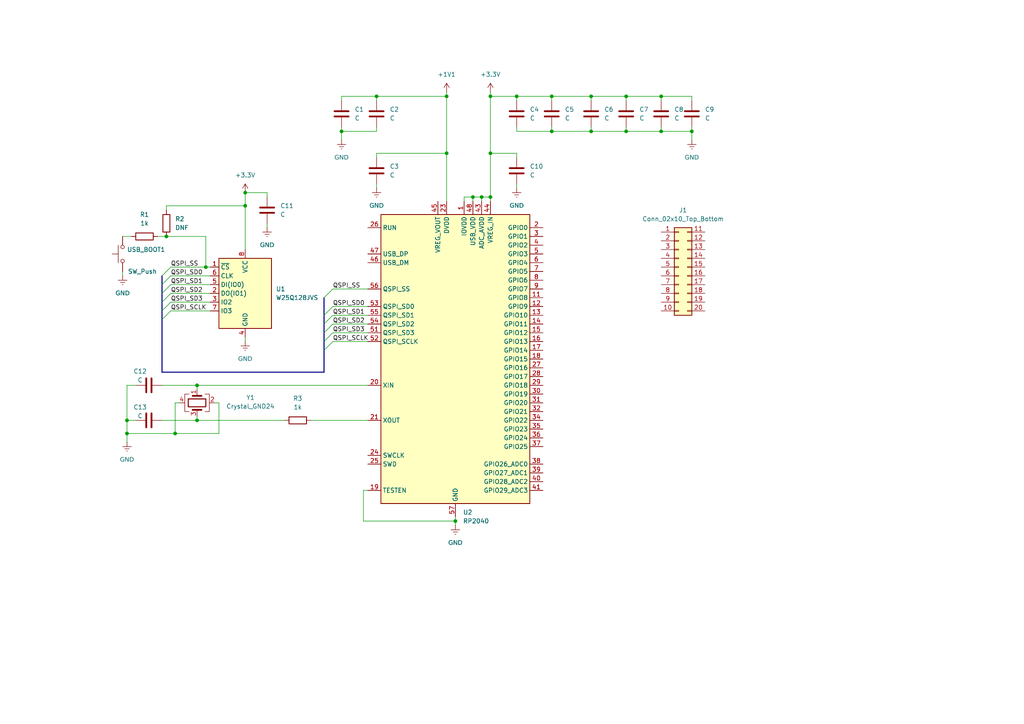
<source format=kicad_sch>
(kicad_sch (version 20231120) (generator "eeschema") (generator_version "8.0")
  (paper "A4")
  (lib_symbols
    (symbol "Connector_Generic:Conn_02x10_Top_Bottom" (pin_names (offset 1.016) hide)
      (property "Reference" "J" (at 1.27 12.7 0))
      (property "Value" "Conn_02x10_Top_Bottom" (at 1.27 -15.24 0))
      (symbol "Conn_02x10_Top_Bottom_1_1"
        (rectangle (start -1.27 -12.573) (end 0 -12.827) (stroke (width 0.1524)))
        (rectangle (start -1.27 -10.033) (end 0 -10.287) (stroke (width 0.1524)))
        (rectangle (start -1.27 -7.493) (end 0 -7.747) (stroke (width 0.1524)))
        (rectangle (start -1.27 -4.953) (end 0 -5.207) (stroke (width 0.1524)))
        (rectangle (start -1.27 -2.413) (end 0 -2.667) (stroke (width 0.1524)))
        (rectangle (start -1.27 0.127) (end 0 -0.127) (stroke (width 0.1524)))
        (rectangle (start -1.27 2.667) (end 0 2.413) (stroke (width 0.1524)))
        (rectangle (start -1.27 5.207) (end 0 4.953) (stroke (width 0.1524)))
        (rectangle (start -1.27 7.747) (end 0 7.493) (stroke (width 0.1524)))
        (rectangle (start -1.27 10.287) (end 0 10.033) (stroke (width 0.1524)))
        (rectangle (start -1.27 11.43) (end 3.81 -13.97) (stroke (width 0.254)) (fill (type background)))
        (rectangle (start 3.81 -12.573) (end 2.54 -12.827) (stroke (width 0.1524)))
        (rectangle (start 3.81 -10.033) (end 2.54 -10.287) (stroke (width 0.1524)))
        (rectangle (start 3.81 -7.493) (end 2.54 -7.747) (stroke (width 0.1524)))
        (rectangle (start 3.81 -4.953) (end 2.54 -5.207) (stroke (width 0.1524)))
        (rectangle (start 3.81 -2.413) (end 2.54 -2.667) (stroke (width 0.1524)))
        (rectangle (start 3.81 0.127) (end 2.54 -0.127) (stroke (width 0.1524)))
        (rectangle (start 3.81 2.667) (end 2.54 2.413) (stroke (width 0.1524)))
        (rectangle (start 3.81 5.207) (end 2.54 4.953) (stroke (width 0.1524)))
        (rectangle (start 3.81 7.747) (end 2.54 7.493) (stroke (width 0.1524)))
        (rectangle (start 3.81 10.287) (end 2.54 10.033) (stroke (width 0.1524)))
        (pin passive line (at -5.08 10.16 0) (length 3.81) (name "Pin_1") (number "1"))
        (pin passive line (at -5.08 -12.7 0) (length 3.81) (name "Pin_10") (number "10"))
        (pin passive line (at 7.62 10.16 180) (length 3.81) (name "Pin_11") (number "11"))
        (pin passive line (at 7.62 7.62 180) (length 3.81) (name "Pin_12") (number "12"))
        (pin passive line (at 7.62 5.08 180) (length 3.81) (name "Pin_13") (number "13"))
        (pin passive line (at 7.62 2.54 180) (length 3.81) (name "Pin_14") (number "14"))
        (pin passive line (at 7.62 0 180) (length 3.81) (name "Pin_15") (number "15"))
        (pin passive line (at 7.62 -2.54 180) (length 3.81) (name "Pin_16") (number "16"))
        (pin passive line (at 7.62 -5.08 180) (length 3.81) (name "Pin_17") (number "17"))
        (pin passive line (at 7.62 -7.62 180) (length 3.81) (name "Pin_18") (number "18"))
        (pin passive line (at 7.62 -10.16 180) (length 3.81) (name "Pin_19") (number "19"))
        (pin passive line (at -5.08 7.62 0) (length 3.81) (name "Pin_2") (number "2"))
        (pin passive line (at 7.62 -12.7 180) (length 3.81) (name "Pin_20") (number "20"))
        (pin passive line (at -5.08 5.08 0) (length 3.81) (name "Pin_3") (number "3"))
        (pin passive line (at -5.08 2.54 0) (length 3.81) (name "Pin_4") (number "4"))
        (pin passive line (at -5.08 0 0) (length 3.81) (name "Pin_5") (number "5"))
        (pin passive line (at -5.08 -2.54 0) (length 3.81) (name "Pin_6") (number "6"))
        (pin passive line (at -5.08 -5.08 0) (length 3.81) (name "Pin_7") (number "7"))
        (pin passive line (at -5.08 -7.62 0) (length 3.81) (name "Pin_8") (number "8"))
        (pin passive line (at -5.08 -10.16 0) (length 3.81) (name "Pin_9") (number "9"))
      )
    )
    (symbol "Device:C" (pin_numbers hide) (pin_names (offset 0.254))
      (property "Reference" "C" (at 0.635 2.54 0))
      (property "Value" "C" (at 0.635 -2.54 0))
      (symbol "C_0_1"
        (polyline (pts (xy -2.032 -0.762) (xy 2.032 -0.762)) (stroke (width 0.508)))
        (polyline (pts (xy -2.032 0.762) (xy 2.032 0.762)) (stroke (width 0.508)))
      )
      (symbol "C_1_1"
        (pin passive line (at 0 3.81 270) (length 2.794) (name "~") (number "1"))
        (pin passive line (at 0 -3.81 90) (length 2.794) (name "~") (number "2"))
      )
    )
    (symbol "Device:Crystal_GND24" (pin_names (offset 1.016) hide)
      (property "Reference" "Y" (at 3.175 5.08 0))
      (property "Value" "Crystal_GND24" (at 3.175 3.175 0))
      (symbol "Crystal_GND24_0_1"
        (rectangle (start -1.143 2.54) (end 1.143 -2.54) (stroke (width 0.3048)))
        (polyline (pts (xy -2.54 0) (xy -2.032 0)))
        (polyline (pts (xy -2.032 -1.27) (xy -2.032 1.27)) (stroke (width 0.508)))
        (polyline (pts (xy 0 -3.81) (xy 0 -3.556)))
        (polyline (pts (xy 0 3.556) (xy 0 3.81)))
        (polyline (pts (xy 2.032 -1.27) (xy 2.032 1.27)) (stroke (width 0.508)))
        (polyline (pts (xy 2.032 0) (xy 2.54 0)))
        (polyline (pts (xy -2.54 -2.286) (xy -2.54 -3.556) (xy 2.54 -3.556) (xy 2.54 -2.286)))
        (polyline (pts (xy -2.54 2.286) (xy -2.54 3.556) (xy 2.54 3.556) (xy 2.54 2.286)))
      )
      (symbol "Crystal_GND24_1_1"
        (pin passive line (at -3.81 0 0) (length 1.27) (name "1") (number "1"))
        (pin passive line (at 0 5.08 270) (length 1.27) (name "2") (number "2"))
        (pin passive line (at 3.81 0 180) (length 1.27) (name "3") (number "3"))
        (pin passive line (at 0 -5.08 90) (length 1.27) (name "4") (number "4"))
      )
    )
    (symbol "Device:R" (pin_numbers hide) (pin_names (offset 0))
      (property "Reference" "R" (at 2.032 0 90))
      (property "Value" "R" (at 0 0 90))
      (symbol "R_0_1"
        (rectangle (start -1.016 -2.54) (end 1.016 2.54) (stroke (width 0.254)))
      )
      (symbol "R_1_1"
        (pin passive line (at 0 3.81 270) (length 1.27) (name "~") (number "1"))
        (pin passive line (at 0 -3.81 90) (length 1.27) (name "~") (number "2"))
      )
    )
    (symbol "MCU_RaspberryPi:RP2040"
      (property "Reference" "U" (at 17.78 45.72 0))
      (property "Value" "RP2040" (at 17.78 43.18 0))
      (symbol "RP2040_0_1"
        (rectangle (start -21.59 41.91) (end 21.59 -41.91) (stroke (width 0.254)) (fill (type background)))
      )
      (symbol "RP2040_1_1"
        (pin power_in line (at 2.54 45.72 270) (length 3.81) (name "IOVDD") (number "1"))
        (pin passive line (at 2.54 45.72 270) (length 3.81) hide (name "IOVDD") (number "10"))
        (pin bidirectional line (at 25.4 17.78 180) (length 3.81) (name "GPIO8") (number "11"))
        (pin bidirectional line (at 25.4 15.24 180) (length 3.81) (name "GPIO9") (number "12"))
        (pin bidirectional line (at 25.4 12.7 180) (length 3.81) (name "GPIO10") (number "13"))
        (pin bidirectional line (at 25.4 10.16 180) (length 3.81) (name "GPIO11") (number "14"))
        (pin bidirectional line (at 25.4 7.62 180) (length 3.81) (name "GPIO12") (number "15"))
        (pin bidirectional line (at 25.4 5.08 180) (length 3.81) (name "GPIO13") (number "16"))
        (pin bidirectional line (at 25.4 2.54 180) (length 3.81) (name "GPIO14") (number "17"))
        (pin bidirectional line (at 25.4 0 180) (length 3.81) (name "GPIO15") (number "18"))
        (pin input line (at -25.4 -38.1 0) (length 3.81) (name "TESTEN") (number "19"))
        (pin bidirectional line (at 25.4 38.1 180) (length 3.81) (name "GPIO0") (number "2"))
        (pin input line (at -25.4 -7.62 0) (length 3.81) (name "XIN") (number "20"))
        (pin passive line (at -25.4 -17.78 0) (length 3.81) (name "XOUT") (number "21"))
        (pin passive line (at 2.54 45.72 270) (length 3.81) hide (name "IOVDD") (number "22"))
        (pin power_in line (at -2.54 45.72 270) (length 3.81) (name "DVDD") (number "23"))
        (pin input line (at -25.4 -27.94 0) (length 3.81) (name "SWCLK") (number "24"))
        (pin bidirectional line (at -25.4 -30.48 0) (length 3.81) (name "SWD") (number "25"))
        (pin input line (at -25.4 38.1 0) (length 3.81) (name "RUN") (number "26"))
        (pin bidirectional line (at 25.4 -2.54 180) (length 3.81) (name "GPIO16") (number "27"))
        (pin bidirectional line (at 25.4 -5.08 180) (length 3.81) (name "GPIO17") (number "28"))
        (pin bidirectional line (at 25.4 -7.62 180) (length 3.81) (name "GPIO18") (number "29"))
        (pin bidirectional line (at 25.4 35.56 180) (length 3.81) (name "GPIO1") (number "3"))
        (pin bidirectional line (at 25.4 -10.16 180) (length 3.81) (name "GPIO19") (number "30"))
        (pin bidirectional line (at 25.4 -12.7 180) (length 3.81) (name "GPIO20") (number "31"))
        (pin bidirectional line (at 25.4 -15.24 180) (length 3.81) (name "GPIO21") (number "32"))
        (pin passive line (at 2.54 45.72 270) (length 3.81) hide (name "IOVDD") (number "33"))
        (pin bidirectional line (at 25.4 -17.78 180) (length 3.81) (name "GPIO22") (number "34"))
        (pin bidirectional line (at 25.4 -20.32 180) (length 3.81) (name "GPIO23") (number "35"))
        (pin bidirectional line (at 25.4 -22.86 180) (length 3.81) (name "GPIO24") (number "36"))
        (pin bidirectional line (at 25.4 -25.4 180) (length 3.81) (name "GPIO25") (number "37"))
        (pin bidirectional line (at 25.4 -30.48 180) (length 3.81) (name "GPIO26_ADC0") (number "38"))
        (pin bidirectional line (at 25.4 -33.02 180) (length 3.81) (name "GPIO27_ADC1") (number "39"))
        (pin bidirectional line (at 25.4 33.02 180) (length 3.81) (name "GPIO2") (number "4"))
        (pin bidirectional line (at 25.4 -35.56 180) (length 3.81) (name "GPIO28_ADC2") (number "40"))
        (pin bidirectional line (at 25.4 -38.1 180) (length 3.81) (name "GPIO29_ADC3") (number "41"))
        (pin passive line (at 2.54 45.72 270) (length 3.81) hide (name "IOVDD") (number "42"))
        (pin power_in line (at 7.62 45.72 270) (length 3.81) (name "ADC_AVDD") (number "43"))
        (pin power_in line (at 10.16 45.72 270) (length 3.81) (name "VREG_IN") (number "44"))
        (pin power_out line (at -5.08 45.72 270) (length 3.81) (name "VREG_VOUT") (number "45"))
        (pin bidirectional line (at -25.4 27.94 0) (length 3.81) (name "USB_DM") (number "46"))
        (pin bidirectional line (at -25.4 30.48 0) (length 3.81) (name "USB_DP") (number "47"))
        (pin power_in line (at 5.08 45.72 270) (length 3.81) (name "USB_VDD") (number "48"))
        (pin passive line (at 2.54 45.72 270) (length 3.81) hide (name "IOVDD") (number "49"))
        (pin bidirectional line (at 25.4 30.48 180) (length 3.81) (name "GPIO3") (number "5"))
        (pin passive line (at -2.54 45.72 270) (length 3.81) hide (name "DVDD") (number "50"))
        (pin bidirectional line (at -25.4 7.62 0) (length 3.81) (name "QSPI_SD3") (number "51"))
        (pin output line (at -25.4 5.08 0) (length 3.81) (name "QSPI_SCLK") (number "52"))
        (pin bidirectional line (at -25.4 15.24 0) (length 3.81) (name "QSPI_SD0") (number "53"))
        (pin bidirectional line (at -25.4 10.16 0) (length 3.81) (name "QSPI_SD2") (number "54"))
        (pin bidirectional line (at -25.4 12.7 0) (length 3.81) (name "QSPI_SD1") (number "55"))
        (pin bidirectional line (at -25.4 20.32 0) (length 3.81) (name "QSPI_SS") (number "56"))
        (pin power_in line (at 0 -45.72 90) (length 3.81) (name "GND") (number "57"))
        (pin bidirectional line (at 25.4 27.94 180) (length 3.81) (name "GPIO4") (number "6"))
        (pin bidirectional line (at 25.4 25.4 180) (length 3.81) (name "GPIO5") (number "7"))
        (pin bidirectional line (at 25.4 22.86 180) (length 3.81) (name "GPIO6") (number "8"))
        (pin bidirectional line (at 25.4 20.32 180) (length 3.81) (name "GPIO7") (number "9"))
      )
    )
    (symbol "Memory_Flash:W25Q128JVS"
      (property "Reference" "U" (at -8.89 8.89 0))
      (property "Value" "W25Q128JVS" (at 7.62 8.89 0))
      (symbol "W25Q128JVS_0_1"
        (rectangle (start -7.62 10.16) (end 7.62 -10.16) (stroke (width 0.254)) (fill (type background)))
      )
      (symbol "W25Q128JVS_1_1"
        (pin input line (at -10.16 7.62 0) (length 2.54) (name "~{CS}") (number "1"))
        (pin bidirectional line (at -10.16 0 0) (length 2.54) (name "DO(IO1)") (number "2"))
        (pin bidirectional line (at -10.16 -2.54 0) (length 2.54) (name "IO2") (number "3"))
        (pin power_in line (at 0 -12.7 90) (length 2.54) (name "GND") (number "4"))
        (pin bidirectional line (at -10.16 2.54 0) (length 2.54) (name "DI(IO0)") (number "5"))
        (pin input line (at -10.16 5.08 0) (length 2.54) (name "CLK") (number "6"))
        (pin bidirectional line (at -10.16 -5.08 0) (length 2.54) (name "IO3") (number "7"))
        (pin power_in line (at 0 12.7 270) (length 2.54) (name "VCC") (number "8"))
      )
    )
    (symbol "Switch:SW_Push" (pin_numbers hide) (pin_names (offset 1.016) hide)
      (property "Reference" "SW" (at 1.27 2.54 0))
      (property "Value" "SW_Push" (at 0 -1.524 0))
      (symbol "SW_Push_0_1"
        (circle (center -2.032 0) (radius 0.508))
        (polyline (pts (xy 0 1.27) (xy 0 3.048)))
        (polyline (pts (xy 2.54 1.27) (xy -2.54 1.27)))
        (circle (center 2.032 0) (radius 0.508))
        (pin passive line (at -5.08 0 0) (length 2.54) (name "1") (number "1"))
        (pin passive line (at 5.08 0 180) (length 2.54) (name "2") (number "2"))
      )
    )
    (symbol "power:+1V1" (power) (pin_numbers hide) (pin_names (offset 0) hide)
      (property "Value" "+1V1" (at 0 3.556 0))
      (symbol "+1V1_0_1"
        (polyline (pts (xy -0.762 1.27) (xy 0 2.54)))
        (polyline (pts (xy 0 0) (xy 0 2.54)))
        (polyline (pts (xy 0 2.54) (xy 0.762 1.27)))
      )
      (symbol "+1V1_1_1"
        (pin power_in line (at 0 0 90) (length 0) (name "~") (number "1"))
      )
    )
    (symbol "power:+3.3V" (power) (pin_numbers hide) (pin_names (offset 0) hide)
      (property "Value" "+3.3V" (at 0 3.556 0))
      (symbol "+3.3V_0_1"
        (polyline (pts (xy -0.762 1.27) (xy 0 2.54)))
        (polyline (pts (xy 0 0) (xy 0 2.54)))
        (polyline (pts (xy 0 2.54) (xy 0.762 1.27)))
      )
      (symbol "+3.3V_1_1"
        (pin power_in line (at 0 0 90) (length 0) (name "~") (number "1"))
      )
    )
    (symbol "power:Earth" (power) (pin_numbers hide) (pin_names (offset 0) hide)
      (property "Value" "Earth" (at 0 -3.81 0))
      (symbol "Earth_0_1"
        (polyline (pts (xy -0.635 -1.905) (xy 0.635 -1.905)))
        (polyline (pts (xy -0.127 -2.54) (xy 0.127 -2.54)))
        (polyline (pts (xy 0 -1.27) (xy 0 0)))
        (polyline (pts (xy 1.27 -1.27) (xy -1.27 -1.27)))
      )
      (symbol "Earth_1_1"
        (pin power_in line (at 0 0 270) (length 0) (name "~") (number "1"))
      )
    )
  )
  (junction (at 149.86 27.94))
  (junction (at 191.77 38.1))
  (junction (at 142.24 57.15))
  (junction (at 129.54 44.45))
  (junction (at 139.7 57.15))
  (junction (at 129.54 27.94))
  (junction (at 50.8 125.73))
  (junction (at 181.61 38.1))
  (junction (at 48.26 68.58))
  (junction (at 171.45 38.1))
  (junction (at 181.61 27.94))
  (junction (at 142.24 27.94))
  (junction (at 200.66 38.1))
  (junction (at 171.45 27.94))
  (junction (at 36.83 125.73))
  (junction (at 132.08 151.13))
  (junction (at 36.83 121.92))
  (junction (at 142.24 44.45))
  (junction (at 57.15 111.76))
  (junction (at 160.02 38.1))
  (junction (at 191.77 27.94))
  (junction (at 137.16 57.15))
  (junction (at 109.22 27.94))
  (junction (at 59.69 77.47))
  (junction (at 71.12 59.69))
  (junction (at 160.02 27.94))
  (junction (at 57.15 121.92))
  (junction (at 99.06 38.1))
  (junction (at 71.12 55.88))
  (bus_entry (at 46.99 82.55) (size 2.54 -2.54))
  (bus_entry (at 93.98 93.98) (size 2.54 -2.54))
  (bus_entry (at 46.99 85.09) (size 2.54 -2.54))
  (bus_entry (at 46.99 87.63) (size 2.54 -2.54))
  (bus_entry (at 93.98 86.36) (size 2.54 -2.54))
  (bus_entry (at 93.98 101.6) (size 2.54 -2.54))
  (bus_entry (at 93.98 91.44) (size 2.54 -2.54))
  (bus_entry (at 93.98 96.52) (size 2.54 -2.54))
  (bus_entry (at 46.99 92.71) (size 2.54 -2.54))
  (bus_entry (at 46.99 80.01) (size 2.54 -2.54))
  (bus_entry (at 46.99 90.17) (size 2.54 -2.54))
  (bus_entry (at 93.98 99.06) (size 2.54 -2.54))
  (wire (pts (xy 39.37 111.76) (xy 36.83 111.76)))
  (wire (pts (xy 99.06 38.1) (xy 99.06 40.64)))
  (wire (pts (xy 132.08 149.86) (xy 132.08 151.13)))
  (wire (pts (xy 57.15 120.65) (xy 57.15 121.92)))
  (wire (pts (xy 50.8 116.84) (xy 50.8 125.73)))
  (wire (pts (xy 171.45 27.94) (xy 181.61 27.94)))
  (wire (pts (xy 71.12 97.79) (xy 71.12 99.06)))
  (wire (pts (xy 109.22 27.94) (xy 109.22 29.21)))
  (wire (pts (xy 160.02 27.94) (xy 171.45 27.94)))
  (wire (pts (xy 49.53 85.09) (xy 60.96 85.09)))
  (wire (pts (xy 149.86 38.1) (xy 160.02 38.1)))
  (wire (pts (xy 48.26 68.58) (xy 59.69 68.58)))
  (wire (pts (xy 106.68 142.24) (xy 105.41 142.24)))
  (bus (pts (xy 46.99 92.71) (xy 46.99 107.95)))
  (bus (pts (xy 93.98 96.52) (xy 93.98 99.06)))
  (wire (pts (xy 50.8 125.73) (xy 63.5 125.73)))
  (bus (pts (xy 46.99 90.17) (xy 46.99 92.71)))
  (wire (pts (xy 77.47 55.88) (xy 77.47 57.15)))
  (wire (pts (xy 36.83 125.73) (xy 36.83 128.27)))
  (wire (pts (xy 129.54 26.67) (xy 129.54 27.94)))
  (wire (pts (xy 77.47 64.77) (xy 77.47 66.04)))
  (wire (pts (xy 109.22 27.94) (xy 99.06 27.94)))
  (wire (pts (xy 96.52 96.52) (xy 106.68 96.52)))
  (wire (pts (xy 35.56 78.74) (xy 35.56 80.01)))
  (wire (pts (xy 142.24 27.94) (xy 142.24 44.45)))
  (wire (pts (xy 50.8 116.84) (xy 52.07 116.84)))
  (wire (pts (xy 96.52 99.06) (xy 106.68 99.06)))
  (wire (pts (xy 142.24 57.15) (xy 142.24 58.42)))
  (bus (pts (xy 93.98 101.6) (xy 93.98 107.95)))
  (bus (pts (xy 46.99 85.09) (xy 46.99 87.63)))
  (wire (pts (xy 57.15 111.76) (xy 106.68 111.76)))
  (wire (pts (xy 45.72 68.58) (xy 48.26 68.58)))
  (wire (pts (xy 191.77 36.83) (xy 191.77 38.1)))
  (wire (pts (xy 181.61 27.94) (xy 181.61 29.21)))
  (wire (pts (xy 149.86 53.34) (xy 149.86 54.61)))
  (bus (pts (xy 93.98 93.98) (xy 93.98 96.52)))
  (wire (pts (xy 71.12 55.88) (xy 71.12 59.69)))
  (wire (pts (xy 46.99 121.92) (xy 57.15 121.92)))
  (wire (pts (xy 139.7 57.15) (xy 137.16 57.15)))
  (wire (pts (xy 149.86 27.94) (xy 160.02 27.94)))
  (wire (pts (xy 49.53 77.47) (xy 59.69 77.47)))
  (wire (pts (xy 36.83 125.73) (xy 50.8 125.73)))
  (wire (pts (xy 96.52 88.9) (xy 106.68 88.9)))
  (bus (pts (xy 93.98 91.44) (xy 93.98 93.98)))
  (wire (pts (xy 191.77 38.1) (xy 200.66 38.1)))
  (wire (pts (xy 142.24 57.15) (xy 139.7 57.15)))
  (wire (pts (xy 134.62 57.15) (xy 134.62 58.42)))
  (wire (pts (xy 200.66 27.94) (xy 200.66 29.21)))
  (wire (pts (xy 36.83 111.76) (xy 36.83 121.92)))
  (wire (pts (xy 49.53 87.63) (xy 60.96 87.63)))
  (wire (pts (xy 71.12 59.69) (xy 71.12 72.39)))
  (wire (pts (xy 96.52 91.44) (xy 106.68 91.44)))
  (wire (pts (xy 48.26 59.69) (xy 48.26 60.96)))
  (wire (pts (xy 109.22 53.34) (xy 109.22 54.61)))
  (wire (pts (xy 35.56 68.58) (xy 38.1 68.58)))
  (wire (pts (xy 200.66 36.83) (xy 200.66 38.1)))
  (wire (pts (xy 137.16 57.15) (xy 134.62 57.15)))
  (wire (pts (xy 105.41 151.13) (xy 132.08 151.13)))
  (wire (pts (xy 142.24 44.45) (xy 142.24 57.15)))
  (wire (pts (xy 149.86 36.83) (xy 149.86 38.1)))
  (wire (pts (xy 129.54 58.42) (xy 129.54 44.45)))
  (wire (pts (xy 36.83 121.92) (xy 39.37 121.92)))
  (bus (pts (xy 46.99 82.55) (xy 46.99 85.09)))
  (wire (pts (xy 160.02 36.83) (xy 160.02 38.1)))
  (wire (pts (xy 191.77 27.94) (xy 191.77 29.21)))
  (wire (pts (xy 36.83 121.92) (xy 36.83 125.73)))
  (wire (pts (xy 49.53 82.55) (xy 60.96 82.55)))
  (wire (pts (xy 149.86 27.94) (xy 149.86 29.21)))
  (wire (pts (xy 139.7 57.15) (xy 139.7 58.42)))
  (bus (pts (xy 93.98 99.06) (xy 93.98 101.6)))
  (wire (pts (xy 96.52 93.98) (xy 106.68 93.98)))
  (wire (pts (xy 48.26 59.69) (xy 71.12 59.69)))
  (wire (pts (xy 142.24 44.45) (xy 149.86 44.45)))
  (wire (pts (xy 46.99 111.76) (xy 57.15 111.76)))
  (wire (pts (xy 57.15 121.92) (xy 82.55 121.92)))
  (wire (pts (xy 171.45 27.94) (xy 171.45 29.21)))
  (wire (pts (xy 96.52 83.82) (xy 106.68 83.82)))
  (wire (pts (xy 59.69 77.47) (xy 59.69 68.58)))
  (wire (pts (xy 137.16 57.15) (xy 137.16 58.42)))
  (wire (pts (xy 99.06 36.83) (xy 99.06 38.1)))
  (wire (pts (xy 71.12 55.88) (xy 77.47 55.88)))
  (wire (pts (xy 142.24 26.67) (xy 142.24 27.94)))
  (wire (pts (xy 129.54 44.45) (xy 129.54 27.94)))
  (wire (pts (xy 49.53 90.17) (xy 60.96 90.17)))
  (wire (pts (xy 149.86 45.72) (xy 149.86 44.45)))
  (wire (pts (xy 63.5 116.84) (xy 63.5 125.73)))
  (wire (pts (xy 105.41 142.24) (xy 105.41 151.13)))
  (wire (pts (xy 62.23 116.84) (xy 63.5 116.84)))
  (wire (pts (xy 109.22 44.45) (xy 109.22 45.72)))
  (wire (pts (xy 129.54 27.94) (xy 109.22 27.94)))
  (wire (pts (xy 160.02 27.94) (xy 160.02 29.21)))
  (wire (pts (xy 129.54 44.45) (xy 109.22 44.45)))
  (wire (pts (xy 132.08 151.13) (xy 132.08 152.4)))
  (wire (pts (xy 49.53 80.01) (xy 60.96 80.01)))
  (wire (pts (xy 59.69 77.47) (xy 60.96 77.47)))
  (bus (pts (xy 46.99 80.01) (xy 46.99 82.55)))
  (wire (pts (xy 99.06 38.1) (xy 109.22 38.1)))
  (wire (pts (xy 99.06 27.94) (xy 99.06 29.21)))
  (wire (pts (xy 171.45 38.1) (xy 181.61 38.1)))
  (bus (pts (xy 93.98 86.36) (xy 93.98 91.44)))
  (wire (pts (xy 142.24 27.94) (xy 149.86 27.94)))
  (wire (pts (xy 57.15 111.76) (xy 57.15 113.03)))
  (bus (pts (xy 93.98 107.95) (xy 46.99 107.95)))
  (wire (pts (xy 90.17 121.92) (xy 106.68 121.92)))
  (wire (pts (xy 181.61 38.1) (xy 191.77 38.1)))
  (wire (pts (xy 181.61 27.94) (xy 191.77 27.94)))
  (wire (pts (xy 191.77 27.94) (xy 200.66 27.94)))
  (wire (pts (xy 181.61 36.83) (xy 181.61 38.1)))
  (bus (pts (xy 46.99 87.63) (xy 46.99 90.17)))
  (wire (pts (xy 160.02 38.1) (xy 171.45 38.1)))
  (wire (pts (xy 109.22 36.83) (xy 109.22 38.1)))
  (wire (pts (xy 171.45 36.83) (xy 171.45 38.1)))
  (wire (pts (xy 200.66 38.1) (xy 200.66 40.64)))
  (label "QSPI_SD2" (at 96.52 93.98 0))
  (label "QSPI_SD0" (at 96.52 88.9 0))
  (label "QSPI_SCLK" (at 96.52 99.06 0))
  (label "QSPI_SD3" (at 96.52 96.52 0))
  (label "QSPI_SD2" (at 49.53 85.09 0))
  (label "QSPI_SS" (at 96.52 83.82 0))
  (label "QSPI_SD1" (at 96.52 91.44 0))
  (label "QSPI_SD1" (at 49.53 82.55 0))
  (label "QSPI_SS" (at 49.53 77.47 0))
  (label "QSPI_SD0" (at 49.53 80.01 0))
  (label "QSPI_SD3" (at 49.53 87.63 0))
  (label "QSPI_SCLK" (at 49.53 90.17 0))
  (symbol (lib_id "Device:C") (at 191.77 33.02 0) (unit 1)
    (property "Reference" "C8" (at 195.58 31.7499 0) (effects (justify left)))
    (property "Value" "C" (at 195.58 34.2899 0) (effects (justify left)))
    (property "Description" "Unpolarized capacitor" (effects (hide yes)))
  )
  (symbol (lib_id "Device:Crystal_GND24") (at 57.15 116.84 270) (unit 1)
    (property "Reference" "Y1" (at 72.644 115.316 90))
    (property "Value" "Crystal_GND24" (at 72.644 117.856 90))
    (property "Description" "Four pin crystal, GND on pins 2 and 4" (effects (hide yes)))
  )
  (symbol (lib_id "power:+3.3V") (at 71.12 55.88 0) (unit 1)
    (property "Reference" "#PWR08" (effects (hide yes)))
    (property "Value" "+3.3V" (at 71.12 50.8 0))
    (property "Description" "Power symbol creates a global label with name \"+3.3V\"" (effects (hide yes)))
  )
  (symbol (lib_id "Device:C") (at 109.22 33.02 0) (unit 1)
    (property "Reference" "C2" (at 113.03 31.7499 0) (effects (justify left)))
    (property "Value" "C" (at 113.03 34.2899 0) (effects (justify left)))
    (property "Description" "Unpolarized capacitor" (effects (hide yes)))
  )
  (symbol (lib_id "Device:C") (at 171.45 33.02 0) (unit 1)
    (property "Reference" "C6" (at 175.26 31.7499 0) (effects (justify left)))
    (property "Value" "C" (at 175.26 34.2899 0) (effects (justify left)))
    (property "Description" "Unpolarized capacitor" (effects (hide yes)))
  )
  (symbol (lib_id "power:Earth") (at 71.12 99.06 0) (unit 1)
    (property "Reference" "#PWR07" (effects (hide yes)))
    (property "Value" "GND" (at 71.12 104.14 0))
    (property "Description" "Power symbol creates a global label with name \"Earth\"" (effects (hide yes)))
  )
  (symbol (lib_id "power:Earth") (at 149.86 54.61 0) (unit 1)
    (property "Reference" "#PWR02" (effects (hide yes)))
    (property "Value" "GND" (at 149.86 59.69 0))
    (property "Description" "Power symbol creates a global label with name \"Earth\"" (effects (hide yes)))
  )
  (symbol (lib_id "Switch:SW_Push") (at 35.56 73.66 90) (unit 1)
    (property "Reference" "USB_BOOT1" (at 36.83 72.3899 90) (effects (justify right)))
    (property "Value" "SW_Push" (at 37.084 78.74 90) (effects (justify right)))
    (property "Description" "Push button switch, generic, two pins" (effects (hide yes)))
  )
  (symbol (lib_id "Device:C") (at 160.02 33.02 0) (unit 1)
    (property "Reference" "C5" (at 163.83 31.7499 0) (effects (justify left)))
    (property "Value" "C" (at 163.83 34.2899 0) (effects (justify left)))
    (property "Description" "Unpolarized capacitor" (effects (hide yes)))
  )
  (symbol (lib_id "power:Earth") (at 132.08 152.4 0) (unit 1)
    (property "Reference" "#PWR011" (effects (hide yes)))
    (property "Value" "GND" (at 132.08 157.48 0))
    (property "Description" "Power symbol creates a global label with name \"Earth\"" (effects (hide yes)))
  )
  (symbol (lib_id "power:Earth") (at 109.22 54.61 0) (unit 1)
    (property "Reference" "#PWR04" (effects (hide yes)))
    (property "Value" "GND" (at 109.22 59.69 0))
    (property "Description" "Power symbol creates a global label with name \"Earth\"" (effects (hide yes)))
  )
  (symbol (lib_id "power:Earth") (at 77.47 66.04 0) (unit 1)
    (property "Reference" "#PWR09" (effects (hide yes)))
    (property "Value" "GND" (at 77.47 71.12 0))
    (property "Description" "Power symbol creates a global label with name \"Earth\"" (effects (hide yes)))
  )
  (symbol (lib_id "Device:R") (at 86.36 121.92 90) (unit 1)
    (property "Reference" "R3" (at 86.36 115.57 90))
    (property "Value" "1k" (at 86.36 118.11 90))
    (property "Description" "Resistor" (effects (hide yes)))
  )
  (symbol (lib_id "Device:C") (at 181.61 33.02 0) (unit 1)
    (property "Reference" "C7" (at 185.42 31.7499 0) (effects (justify left)))
    (property "Value" "C" (at 185.42 34.2899 0) (effects (justify left)))
    (property "Description" "Unpolarized capacitor" (effects (hide yes)))
  )
  (symbol (lib_id "power:Earth") (at 36.83 128.27 0) (unit 1)
    (property "Reference" "#PWR012" (effects (hide yes)))
    (property "Value" "GND" (at 36.83 133.35 0))
    (property "Description" "Power symbol creates a global label with name \"Earth\"" (effects (hide yes)))
  )
  (symbol (lib_id "Device:R") (at 48.26 64.77 0) (unit 1)
    (property "Reference" "R2" (at 50.8 63.4999 0) (effects (justify left)))
    (property "Value" "DNF" (at 50.8 66.0399 0) (effects (justify left)))
    (property "Description" "Resistor" (effects (hide yes)))
  )
  (symbol (lib_id "power:Earth") (at 35.56 80.01 0) (unit 1)
    (property "Reference" "#PWR010" (effects (hide yes)))
    (property "Value" "GND" (at 35.56 85.09 0))
    (property "Description" "Power symbol creates a global label with name \"Earth\"" (effects (hide yes)))
  )
  (symbol (lib_id "Device:C") (at 43.18 111.76 90) (unit 1)
    (property "Reference" "C12" (at 40.64 107.696 90))
    (property "Value" "C" (at 40.64 110.236 90))
    (property "Description" "Unpolarized capacitor" (effects (hide yes)))
  )
  (symbol (lib_id "Memory_Flash:W25Q128JVS") (at 71.12 85.09 0) (unit 1)
    (property "Reference" "U1" (at 80.01 83.8199 0) (effects (justify left)))
    (property "Value" "W25Q128JVS" (at 80.01 86.3599 0) (effects (justify left)))
    (property "Footprint" "Package_SO:SOIC-8_5.23x5.23mm_P1.27mm" (effects (hide yes)))
    (property "Datasheet" "http://www.winbond.com/resource-files/w25q128jv_dtr%20revc%2003272018%20plus.pdf" (effects (hide yes)))
    (property "Description" "128Mb Serial Flash Memory, Standard/Dual/Quad SPI, SOIC-8" (effects (hide yes)))
  )
  (symbol (lib_id "Device:R") (at 41.91 68.58 90) (unit 1)
    (property "Reference" "R1" (at 41.91 62.23 90))
    (property "Value" "1k" (at 41.91 64.77 90))
    (property "Description" "Resistor" (effects (hide yes)))
  )
  (symbol (lib_id "Device:C") (at 149.86 49.53 0) (unit 1)
    (property "Reference" "C10" (at 153.67 48.2599 0) (effects (justify left)))
    (property "Value" "C" (at 153.67 50.7999 0) (effects (justify left)))
    (property "Description" "Unpolarized capacitor" (effects (hide yes)))
  )
  (symbol (lib_id "power:Earth") (at 99.06 40.64 0) (unit 1)
    (property "Reference" "#PWR05" (effects (hide yes)))
    (property "Value" "GND" (at 99.06 45.72 0))
    (property "Description" "Power symbol creates a global label with name \"Earth\"" (effects (hide yes)))
  )
  (symbol (lib_id "Device:C") (at 109.22 49.53 0) (unit 1)
    (property "Reference" "C3" (at 113.03 48.2599 0) (effects (justify left)))
    (property "Value" "C" (at 113.03 50.7999 0) (effects (justify left)))
    (property "Description" "Unpolarized capacitor" (effects (hide yes)))
  )
  (symbol (lib_id "Device:C") (at 149.86 33.02 0) (unit 1)
    (property "Reference" "C4" (at 153.67 31.7499 0) (effects (justify left)))
    (property "Value" "C" (at 153.67 34.2899 0) (effects (justify left)))
    (property "Description" "Unpolarized capacitor" (effects (hide yes)))
  )
  (symbol (lib_id "power:+1V1") (at 129.54 26.67 0) (unit 1)
    (property "Reference" "#PWR06" (effects (hide yes)))
    (property "Value" "+1V1" (at 129.54 21.59 0))
    (property "Description" "Power symbol creates a global label with name \"+1V1\"" (effects (hide yes)))
  )
  (symbol (lib_id "Device:C") (at 200.66 33.02 0) (unit 1)
    (property "Reference" "C9" (at 204.47 31.7499 0) (effects (justify left)))
    (property "Value" "C" (at 204.47 34.2899 0) (effects (justify left)))
    (property "Description" "Unpolarized capacitor" (effects (hide yes)))
  )
  (symbol (lib_id "Connector_Generic:Conn_02x10_Top_Bottom") (at 196.85 77.47 0) (unit 1)
    (property "Reference" "J1" (at 198.12 60.96 0))
    (property "Value" "Conn_02x10_Top_Bottom" (at 198.12 63.5 0))
    (property "Footprint" "Library:Stac64_34691-20_346910202_02x10_Top_Bottom_P2.54mm_Horizontal" (effects (hide yes)))
    (property "Description" "Generic connector, double row, 02x10, top/bottom pin numbering scheme (row 1: 1...pins_per_row, row2: pins_per_row+1 ... num_pins), script generated (kicad-library-utils/schlib/autogen/connector/)" (effects (hide yes)))
  )
  (symbol (lib_id "Device:C") (at 43.18 121.92 90) (unit 1)
    (property "Reference" "C13" (at 40.64 118.11 90))
    (property "Value" "C" (at 40.64 120.65 90))
    (property "Description" "Unpolarized capacitor" (effects (hide yes)))
  )
  (symbol (lib_id "power:Earth") (at 200.66 40.64 0) (unit 1)
    (property "Reference" "#PWR03" (effects (hide yes)))
    (property "Value" "GND" (at 200.66 45.72 0))
    (property "Description" "Power symbol creates a global label with name \"Earth\"" (effects (hide yes)))
  )
  (symbol (lib_id "MCU_RaspberryPi:RP2040") (at 132.08 104.14 0) (unit 1)
    (property "Reference" "U2" (at 134.2741 148.59 0) (effects (justify left)))
    (property "Value" "RP2040" (at 134.2741 151.13 0) (effects (justify left)))
    (property "Footprint" "Package_DFN_QFN:QFN-56-1EP_7x7mm_P0.4mm_EP3.2x3.2mm" (effects (hide yes)))
    (property "Datasheet" "https://datasheets.raspberrypi.com/rp2040/rp2040-datasheet.pdf" (effects (hide yes)))
    (property "Description" "A microcontroller by Raspberry Pi" (effects (hide yes)))
  )
  (symbol (lib_id "Device:C") (at 99.06 33.02 0) (unit 1)
    (property "Reference" "C1" (at 102.87 31.7499 0) (effects (justify left)))
    (property "Value" "C" (at 102.87 34.2899 0) (effects (justify left)))
    (property "Description" "Unpolarized capacitor" (effects (hide yes)))
  )
  (symbol (lib_id "Device:C") (at 77.47 60.96 0) (unit 1)
    (property "Reference" "C11" (at 81.28 59.69 0) (effects (justify left)))
    (property "Value" "C" (at 81.28 62.2299 0) (effects (justify left)))
    (property "Description" "Unpolarized capacitor" (effects (hide yes)))
  )
  (symbol (lib_id "power:+3.3V") (at 142.24 26.67 0) (unit 1)
    (property "Reference" "#PWR01" (effects (hide yes)))
    (property "Value" "+3.3V" (at 142.24 21.59 0))
    (property "Description" "Power symbol creates a global label with name \"+3.3V\"" (effects (hide yes)))
  )
)
</source>
